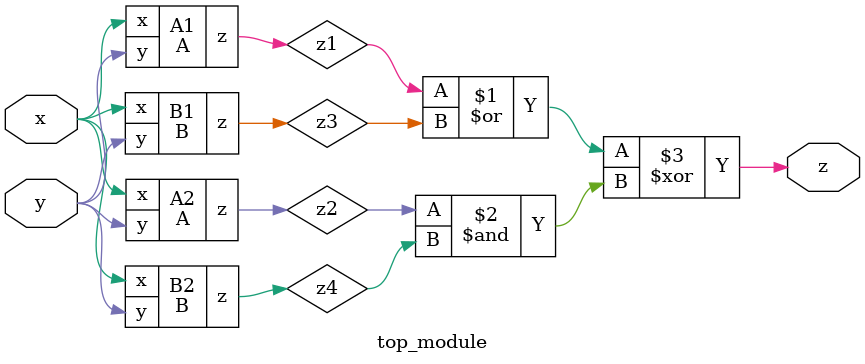
<source format=sv>
module A(
    input x,
    input y,
    output z
);

assign z = (x ^ y) & x;

endmodule
module B(
    input x,
    input y,
    output z
);

assign z = ((x == 0) & (y == 0)) | ((x == 1) & (y == 0)) | ((x == 0) & (y == 1));

endmodule
module top_module(
    input x,
    input y,
    output z
);

wire z1, z2, z3, z4;

A A1(
    .x(x),
    .y(y),
    .z(z1)
);

A A2(
    .x(x),
    .y(y),
    .z(z2)
);

B B1(
    .x(x),
    .y(y),
    .z(z3)
);

B B2(
    .x(x),
    .y(y),
    .z(z4)
);

assign z = (z1 | z3) ^ (z2 & z4);

endmodule

</source>
